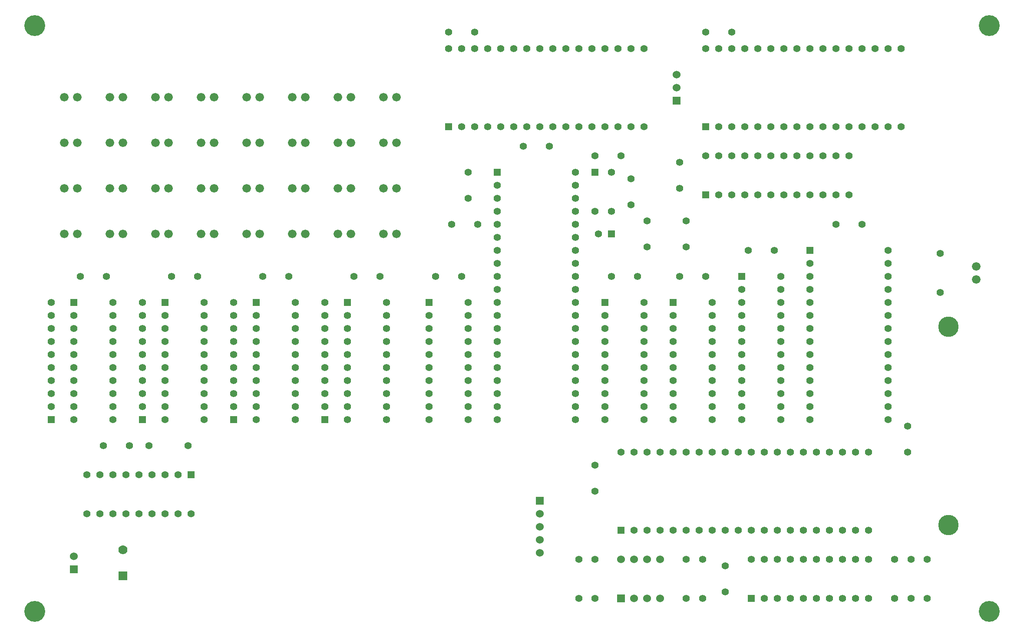
<source format=gbs>
G04 (created by PCBNEW (2013-07-07 BZR 4022)-stable) date 06/02/2017 09:50:00*
%MOIN*%
G04 Gerber Fmt 3.4, Leading zero omitted, Abs format*
%FSLAX34Y34*%
G01*
G70*
G90*
G04 APERTURE LIST*
%ADD10C,0.00590551*%
%ADD11C,0.157*%
%ADD12R,0.06X0.06*%
%ADD13C,0.06*%
%ADD14C,0.055*%
%ADD15R,0.055X0.055*%
%ADD16C,0.066*%
%ADD17C,0.056*%
%ADD18R,0.056X0.056*%
%ADD19R,0.07X0.07*%
%ADD20C,0.07*%
%ADD21C,0.16*%
G04 APERTURE END LIST*
G54D10*
G54D11*
X90620Y-49625D03*
X90620Y-34375D03*
G54D12*
X65500Y-55250D03*
G54D13*
X66500Y-55250D03*
X67500Y-55250D03*
X68500Y-55250D03*
X68500Y-52250D03*
X67500Y-52250D03*
X66500Y-52250D03*
X65500Y-52250D03*
G54D14*
X67500Y-28250D03*
X67500Y-26250D03*
X70500Y-28250D03*
X70500Y-26250D03*
G54D15*
X21750Y-41500D03*
G54D14*
X21750Y-40500D03*
X21750Y-39500D03*
X21750Y-38500D03*
X21750Y-37500D03*
X21750Y-36500D03*
X21750Y-35500D03*
X21750Y-34500D03*
X21750Y-33500D03*
X21750Y-32500D03*
G54D15*
X35750Y-41500D03*
G54D14*
X35750Y-40500D03*
X35750Y-39500D03*
X35750Y-38500D03*
X35750Y-37500D03*
X35750Y-36500D03*
X35750Y-35500D03*
X35750Y-34500D03*
X35750Y-33500D03*
X35750Y-32500D03*
G54D15*
X28750Y-41500D03*
G54D14*
X28750Y-40500D03*
X28750Y-39500D03*
X28750Y-38500D03*
X28750Y-37500D03*
X28750Y-36500D03*
X28750Y-35500D03*
X28750Y-34500D03*
X28750Y-33500D03*
X28750Y-32500D03*
G54D15*
X42750Y-41500D03*
G54D14*
X42750Y-40500D03*
X42750Y-39500D03*
X42750Y-38500D03*
X42750Y-37500D03*
X42750Y-36500D03*
X42750Y-35500D03*
X42750Y-34500D03*
X42750Y-33500D03*
X42750Y-32500D03*
X70500Y-55250D03*
X70500Y-52250D03*
X64750Y-22500D03*
X64750Y-25500D03*
X71750Y-55250D03*
X71750Y-52250D03*
X63500Y-55250D03*
X63500Y-52250D03*
X62250Y-55250D03*
X62250Y-52250D03*
X32250Y-43500D03*
X29250Y-43500D03*
X90000Y-31750D03*
X90000Y-28750D03*
G54D12*
X59250Y-47750D03*
G54D13*
X59250Y-48750D03*
X59250Y-49750D03*
X59250Y-50750D03*
X59250Y-51750D03*
G54D12*
X69750Y-17000D03*
G54D13*
X69750Y-16000D03*
X69750Y-15000D03*
G54D16*
X33250Y-16750D03*
X34250Y-16750D03*
X29750Y-16750D03*
X30750Y-16750D03*
X29750Y-23750D03*
X30750Y-23750D03*
X29750Y-20250D03*
X30750Y-20250D03*
X36750Y-27250D03*
X37750Y-27250D03*
X33250Y-20250D03*
X34250Y-20250D03*
X33250Y-23750D03*
X34250Y-23750D03*
X33250Y-27250D03*
X34250Y-27250D03*
X47250Y-20250D03*
X48250Y-20250D03*
X29750Y-27250D03*
X30750Y-27250D03*
X47250Y-27250D03*
X48250Y-27250D03*
X47250Y-23750D03*
X48250Y-23750D03*
X47250Y-16750D03*
X48250Y-16750D03*
X43750Y-16750D03*
X44750Y-16750D03*
X43750Y-20250D03*
X44750Y-20250D03*
X43750Y-23750D03*
X44750Y-23750D03*
X43750Y-27250D03*
X44750Y-27250D03*
X92750Y-30750D03*
X92750Y-29750D03*
X26250Y-23750D03*
X27250Y-23750D03*
X26250Y-20250D03*
X27250Y-20250D03*
X26250Y-16750D03*
X27250Y-16750D03*
X22750Y-16750D03*
X23750Y-16750D03*
X22750Y-20250D03*
X23750Y-20250D03*
X22750Y-23750D03*
X23750Y-23750D03*
X22750Y-27250D03*
X23750Y-27250D03*
X26250Y-27250D03*
X27250Y-27250D03*
X36750Y-23750D03*
X37750Y-23750D03*
X40250Y-27250D03*
X41250Y-27250D03*
X40250Y-23750D03*
X41250Y-23750D03*
X40250Y-20250D03*
X41250Y-20250D03*
X40250Y-16750D03*
X41250Y-16750D03*
X36750Y-16750D03*
X37750Y-16750D03*
X36750Y-20250D03*
X37750Y-20250D03*
G54D17*
X53750Y-24500D03*
X53750Y-22500D03*
G54D18*
X63500Y-22500D03*
G54D17*
X63500Y-25500D03*
G54D15*
X65500Y-50000D03*
G54D14*
X66500Y-50000D03*
X67500Y-50000D03*
X68500Y-50000D03*
X69500Y-50000D03*
X70500Y-50000D03*
X71500Y-50000D03*
X72500Y-50000D03*
X73500Y-50000D03*
X74500Y-50000D03*
X75500Y-50000D03*
X76500Y-50000D03*
X77500Y-50000D03*
X78500Y-50000D03*
X79500Y-50000D03*
X80500Y-50000D03*
X81500Y-50000D03*
X82500Y-50000D03*
X83500Y-50000D03*
X84500Y-50000D03*
X84500Y-44000D03*
X83500Y-44000D03*
X82500Y-44000D03*
X81500Y-44000D03*
X80500Y-44000D03*
X79500Y-44000D03*
X78500Y-44000D03*
X77500Y-44000D03*
X76500Y-44000D03*
X75500Y-44000D03*
X74500Y-44000D03*
X73500Y-44000D03*
X72500Y-44000D03*
X71500Y-44000D03*
X70500Y-44000D03*
X69500Y-44000D03*
X68500Y-44000D03*
X67500Y-44000D03*
X66500Y-44000D03*
X65500Y-44000D03*
G54D15*
X56000Y-22500D03*
G54D14*
X56000Y-23500D03*
X56000Y-24500D03*
X56000Y-25500D03*
X56000Y-26500D03*
X56000Y-27500D03*
X56000Y-28500D03*
X56000Y-29500D03*
X56000Y-30500D03*
X56000Y-31500D03*
X56000Y-32500D03*
X56000Y-33500D03*
X56000Y-34500D03*
X56000Y-35500D03*
X56000Y-36500D03*
X56000Y-37500D03*
X56000Y-38500D03*
X56000Y-39500D03*
X56000Y-40500D03*
X56000Y-41500D03*
X62000Y-41500D03*
X62000Y-40500D03*
X62000Y-39500D03*
X62000Y-38500D03*
X62000Y-37500D03*
X62000Y-36500D03*
X62000Y-35500D03*
X62000Y-34500D03*
X62000Y-33500D03*
X62000Y-32500D03*
X62000Y-31500D03*
X62000Y-30500D03*
X62000Y-29500D03*
X62000Y-28500D03*
X62000Y-27500D03*
X62000Y-26500D03*
X62000Y-25500D03*
X62000Y-24500D03*
X62000Y-23500D03*
X62000Y-22500D03*
G54D15*
X72000Y-19000D03*
G54D14*
X73000Y-19000D03*
X74000Y-19000D03*
X75000Y-19000D03*
X76000Y-19000D03*
X77000Y-19000D03*
X78000Y-19000D03*
X79000Y-19000D03*
X80000Y-19000D03*
X81000Y-19000D03*
X82000Y-19000D03*
X83000Y-19000D03*
X84000Y-19000D03*
X85000Y-19000D03*
X86000Y-19000D03*
X87000Y-19000D03*
X87000Y-13000D03*
X86000Y-13000D03*
X85000Y-13000D03*
X84000Y-13000D03*
X83000Y-13000D03*
X82000Y-13000D03*
X81000Y-13000D03*
X80000Y-13000D03*
X79000Y-13000D03*
X78000Y-13000D03*
X77000Y-13000D03*
X76000Y-13000D03*
X75000Y-13000D03*
X74000Y-13000D03*
X73000Y-13000D03*
X72000Y-13000D03*
G54D15*
X52250Y-19000D03*
G54D14*
X53250Y-19000D03*
X54250Y-19000D03*
X55250Y-19000D03*
X56250Y-19000D03*
X57250Y-19000D03*
X58250Y-19000D03*
X59250Y-19000D03*
X60250Y-19000D03*
X61250Y-19000D03*
X62250Y-19000D03*
X63250Y-19000D03*
X64250Y-19000D03*
X65250Y-19000D03*
X66250Y-19000D03*
X67250Y-19000D03*
X67250Y-13000D03*
X66250Y-13000D03*
X65250Y-13000D03*
X64250Y-13000D03*
X63250Y-13000D03*
X62250Y-13000D03*
X61250Y-13000D03*
X60250Y-13000D03*
X59250Y-13000D03*
X58250Y-13000D03*
X57250Y-13000D03*
X56250Y-13000D03*
X55250Y-13000D03*
X54250Y-13000D03*
X53250Y-13000D03*
X52250Y-13000D03*
G54D15*
X80000Y-28500D03*
G54D14*
X80000Y-29500D03*
X80000Y-30500D03*
X80000Y-31500D03*
X80000Y-32500D03*
X80000Y-33500D03*
X80000Y-34500D03*
X80000Y-35500D03*
X80000Y-36500D03*
X80000Y-37500D03*
X80000Y-38500D03*
X80000Y-39500D03*
X80000Y-40500D03*
X80000Y-41500D03*
X86000Y-41500D03*
X86000Y-40500D03*
X86000Y-39500D03*
X86000Y-38500D03*
X86000Y-37500D03*
X86000Y-36500D03*
X86000Y-35500D03*
X86000Y-34500D03*
X86000Y-33500D03*
X86000Y-32500D03*
X86000Y-31500D03*
X86000Y-30500D03*
X86000Y-29500D03*
X86000Y-28500D03*
G54D15*
X72000Y-24250D03*
G54D14*
X73000Y-24250D03*
X74000Y-24250D03*
X75000Y-24250D03*
X76000Y-24250D03*
X77000Y-24250D03*
X78000Y-24250D03*
X79000Y-24250D03*
X80000Y-24250D03*
X81000Y-24250D03*
X82000Y-24250D03*
X83000Y-24250D03*
X83000Y-21250D03*
X82000Y-21250D03*
X81000Y-21250D03*
X80000Y-21250D03*
X79000Y-21250D03*
X78000Y-21250D03*
X77000Y-21250D03*
X76000Y-21250D03*
X75000Y-21250D03*
X74000Y-21250D03*
X73000Y-21250D03*
X72000Y-21250D03*
G54D15*
X74750Y-30500D03*
G54D14*
X74750Y-31500D03*
X74750Y-32500D03*
X74750Y-33500D03*
X74750Y-34500D03*
X74750Y-35500D03*
X74750Y-36500D03*
X74750Y-37500D03*
X74750Y-38500D03*
X74750Y-39500D03*
X74750Y-40500D03*
X74750Y-41500D03*
X77750Y-41500D03*
X77750Y-40500D03*
X77750Y-39500D03*
X77750Y-38500D03*
X77750Y-37500D03*
X77750Y-36500D03*
X77750Y-35500D03*
X77750Y-34500D03*
X77750Y-33500D03*
X77750Y-32500D03*
X77750Y-31500D03*
X77750Y-30500D03*
G54D15*
X44500Y-32500D03*
G54D14*
X44500Y-33500D03*
X44500Y-34500D03*
X44500Y-35500D03*
X44500Y-36500D03*
X44500Y-37500D03*
X44500Y-38500D03*
X44500Y-39500D03*
X44500Y-40500D03*
X44500Y-41500D03*
X47500Y-41500D03*
X47500Y-40500D03*
X47500Y-39500D03*
X47500Y-38500D03*
X47500Y-37500D03*
X47500Y-36500D03*
X47500Y-35500D03*
X47500Y-34500D03*
X47500Y-33500D03*
X47500Y-32500D03*
G54D15*
X37500Y-32500D03*
G54D14*
X37500Y-33500D03*
X37500Y-34500D03*
X37500Y-35500D03*
X37500Y-36500D03*
X37500Y-37500D03*
X37500Y-38500D03*
X37500Y-39500D03*
X37500Y-40500D03*
X37500Y-41500D03*
X40500Y-41500D03*
X40500Y-40500D03*
X40500Y-39500D03*
X40500Y-38500D03*
X40500Y-37500D03*
X40500Y-36500D03*
X40500Y-35500D03*
X40500Y-34500D03*
X40500Y-33500D03*
X40500Y-32500D03*
G54D15*
X64250Y-32500D03*
G54D14*
X64250Y-33500D03*
X64250Y-34500D03*
X64250Y-35500D03*
X64250Y-36500D03*
X64250Y-37500D03*
X64250Y-38500D03*
X64250Y-39500D03*
X64250Y-40500D03*
X64250Y-41500D03*
X67250Y-41500D03*
X67250Y-40500D03*
X67250Y-39500D03*
X67250Y-38500D03*
X67250Y-37500D03*
X67250Y-36500D03*
X67250Y-35500D03*
X67250Y-34500D03*
X67250Y-33500D03*
X67250Y-32500D03*
G54D15*
X30500Y-32500D03*
G54D14*
X30500Y-33500D03*
X30500Y-34500D03*
X30500Y-35500D03*
X30500Y-36500D03*
X30500Y-37500D03*
X30500Y-38500D03*
X30500Y-39500D03*
X30500Y-40500D03*
X30500Y-41500D03*
X33500Y-41500D03*
X33500Y-40500D03*
X33500Y-39500D03*
X33500Y-38500D03*
X33500Y-37500D03*
X33500Y-36500D03*
X33500Y-35500D03*
X33500Y-34500D03*
X33500Y-33500D03*
X33500Y-32500D03*
G54D15*
X23500Y-32500D03*
G54D14*
X23500Y-33500D03*
X23500Y-34500D03*
X23500Y-35500D03*
X23500Y-36500D03*
X23500Y-37500D03*
X23500Y-38500D03*
X23500Y-39500D03*
X23500Y-40500D03*
X23500Y-41500D03*
X26500Y-41500D03*
X26500Y-40500D03*
X26500Y-39500D03*
X26500Y-38500D03*
X26500Y-37500D03*
X26500Y-36500D03*
X26500Y-35500D03*
X26500Y-34500D03*
X26500Y-33500D03*
X26500Y-32500D03*
G54D15*
X50750Y-32500D03*
G54D14*
X50750Y-33500D03*
X50750Y-34500D03*
X50750Y-35500D03*
X50750Y-36500D03*
X50750Y-37500D03*
X50750Y-38500D03*
X50750Y-39500D03*
X50750Y-40500D03*
X50750Y-41500D03*
X53750Y-41500D03*
X53750Y-40500D03*
X53750Y-39500D03*
X53750Y-38500D03*
X53750Y-37500D03*
X53750Y-36500D03*
X53750Y-35500D03*
X53750Y-34500D03*
X53750Y-33500D03*
X53750Y-32500D03*
G54D15*
X75500Y-55250D03*
G54D14*
X76500Y-55250D03*
X77500Y-55250D03*
X78500Y-55250D03*
X79500Y-55250D03*
X80500Y-55250D03*
X81500Y-55250D03*
X82500Y-55250D03*
X83500Y-55250D03*
X84500Y-55250D03*
X84500Y-52250D03*
X83500Y-52250D03*
X82500Y-52250D03*
X81500Y-52250D03*
X80500Y-52250D03*
X79500Y-52250D03*
X78500Y-52250D03*
X77500Y-52250D03*
X76500Y-52250D03*
X75500Y-52250D03*
G54D15*
X69500Y-32500D03*
G54D14*
X69500Y-33500D03*
X69500Y-34500D03*
X69500Y-35500D03*
X69500Y-36500D03*
X69500Y-37500D03*
X69500Y-38500D03*
X69500Y-39500D03*
X69500Y-40500D03*
X69500Y-41500D03*
X72500Y-41500D03*
X72500Y-40500D03*
X72500Y-39500D03*
X72500Y-38500D03*
X72500Y-37500D03*
X72500Y-36500D03*
X72500Y-35500D03*
X72500Y-34500D03*
X72500Y-33500D03*
X72500Y-32500D03*
G54D15*
X32500Y-45750D03*
G54D14*
X31500Y-45750D03*
X30500Y-45750D03*
X29500Y-45750D03*
X28500Y-45750D03*
X27500Y-45750D03*
X26500Y-45750D03*
X25500Y-45750D03*
X24500Y-45750D03*
X24500Y-48750D03*
X25500Y-48750D03*
X26500Y-48750D03*
X27500Y-48750D03*
X28500Y-48750D03*
X29500Y-48750D03*
X30500Y-48750D03*
X31500Y-48750D03*
X32500Y-48750D03*
G54D19*
X27250Y-53500D03*
G54D20*
X27250Y-51500D03*
G54D14*
X52250Y-11750D03*
X54250Y-11750D03*
X53250Y-30500D03*
X51250Y-30500D03*
X26000Y-30500D03*
X24000Y-30500D03*
X33000Y-30500D03*
X31000Y-30500D03*
X40000Y-30500D03*
X38000Y-30500D03*
X47000Y-30500D03*
X45000Y-30500D03*
X72000Y-11750D03*
X74000Y-11750D03*
X77250Y-28500D03*
X75250Y-28500D03*
X87500Y-42000D03*
X87500Y-44000D03*
X70000Y-21750D03*
X70000Y-23750D03*
X73500Y-52750D03*
X73500Y-54750D03*
X60000Y-20500D03*
X58000Y-20500D03*
X25750Y-43500D03*
X27750Y-43500D03*
X66750Y-30500D03*
X64750Y-30500D03*
X63500Y-45000D03*
X63500Y-47000D03*
X52500Y-26500D03*
X54500Y-26500D03*
X63500Y-21250D03*
X65500Y-21250D03*
X66250Y-23000D03*
X66250Y-25000D03*
X84000Y-26500D03*
X82000Y-26500D03*
X72000Y-30500D03*
X70000Y-30500D03*
G54D15*
X64750Y-27250D03*
G54D14*
X63750Y-27250D03*
G54D21*
X20500Y-11250D03*
X93750Y-11250D03*
X20500Y-56250D03*
X93750Y-56250D03*
G54D12*
X23500Y-53000D03*
G54D13*
X23500Y-52000D03*
G54D14*
X87750Y-55250D03*
X87750Y-52250D03*
X89000Y-55250D03*
X89000Y-52250D03*
X86500Y-52250D03*
X86500Y-55250D03*
M02*

</source>
